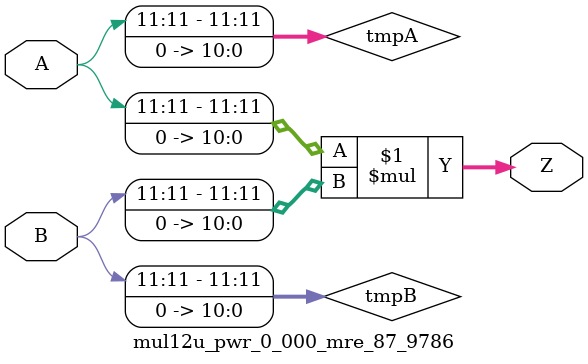
<source format=v>
/***
* This code is a part of ApproxLib library (ehw.fit.vutbr.cz/approxlib) distributed under a XXXX public license.
* When used, please cite the following article(s): V. Mrazek, Z. Vasicek, L. Sekanina, H. Jiang and J. Han, "Scalable Construction of Approximate Multipliers With Formally Guaranteed Worst Case Error" in IEEE Transactions on Very Large Scale Integration (VLSI) Systems, vol. 26, no. 11, pp. 2572-2576, Nov. 2018. doi: 10.1109/TVLSI.2018.2856362 
* This file contains a circuit from a sub-set of pareto optimal circuits with respect to the pwr and mre parameters
***/

//Behavioral model of 12-bit Truncated Multiplier
//Truncated bits: 11

module mul12u_pwr_0_000_mre_87_9786(
	A, 
	B,
	Z
);

input [12-1:0] A;
input [12-1:0] B;
output [2*12-1:0] Z;

wire [12-1:0] tmpA;
wire [12-1:0] tmpB;
assign tmpA = {A[12-1:11],{11{1'b0}}};
assign tmpB = {B[12-1:11],{11{1'b0}}};
assign Z = tmpA * tmpB;
endmodule


// internal reference: truncation-tm.12.mul12u_pwr_0_000_mre_87_9786


</source>
